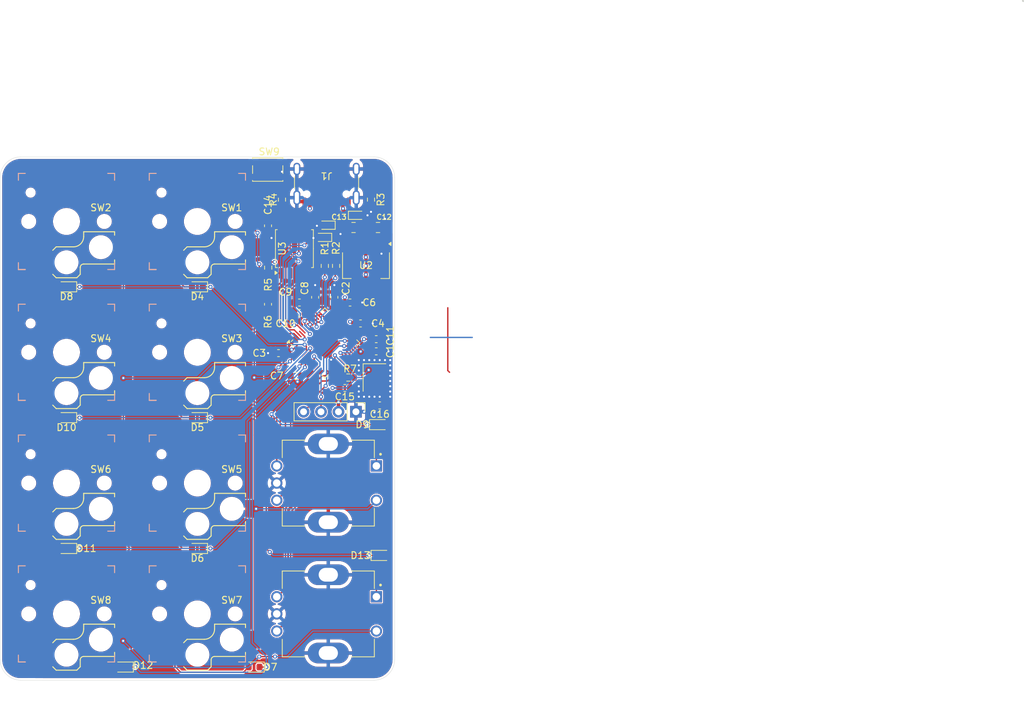
<source format=kicad_pcb>
(kicad_pcb (version 20241229) (generator "pcbnew") (generator_version "9.0")
  (layers (0 "F.Cu" signal) (4 "In1.Cu" signal) (6 "In2.Cu" signal) (2 "B.Cu" signal) (13 "F.Paste" user) (15 "B.Paste" user) (5 "F.SilkS" user "F.Silkscreen") (7 "B.SilkS" user "B.Silkscreen") (1 "F.Mask" user) (3 "B.Mask" user) (25 "Edge.Cuts" user))
  (net 0 "")
  (net 2 "OLED_SDA")
  (net 15 "OLED_SCL")
  (net 20 "GND")
  (net 21 "+3.3V")
  (net 22 "+1V1")
  (net 23 "+5V")
  (net 24 "/XIN")
  (net 25 "Net-(C16-Pad2)")
  (net 26 "/USD_D+")
  (net 27 "/USD_D-")
  (net 28 "Net-(J1-CC1)")
  (net 31 "Net-(J1-CC2)")
  (net 32 "/QSPI_SS")
  (net 33 "/USB_BOOT")
  (net 34 "/XOUT")
  (net 35 "/RUN")
  (net 36 "/QSPI_SCLK")
  (net 37 "/SWD")
  (net 38 "Net-(U1-USB_DP)")
  (net 39 "Net-(U1-USB_DM)")
  (net 40 "/QSPI_SD2")
  (net 41 "/SWCLK")
  (net 42 "/QSPI_SD3")
  (net 43 "/QSPI_SD0")
  (net 44 "/QSPI_SD1")
  (net 45 "Net-(D4-A)")
  (net 46 "R0")
  (net 47 "Net-(D5-A)")
  (net 48 "R1")
  (net 49 "R2")
  (net 50 "Net-(D6-A)")
  (net 51 "R3")
  (net 52 "Net-(D7-A)")
  (net 53 "Net-(D8-A)")
  (net 54 "R4")
  (net 55 "Net-(D10-A)")
  (net 56 "Net-(D11-A)")
  (net 57 "Net-(D12-A)")
  (net 58 "C0")
  (net 59 "C1")
  (net 60 "R1A_SW")
  (net 61 "R2A_SW")
  (net 62 "R1A")
  (net 63 "R1B")
  (net 64 "R2A")
  (net 65 "R2B")
  (footprint "Capacitor_SMD:C_0603_1608Metric" (layer "F.Cu") (at 151.13 87.63)
    (property "Reference" "C4")
    (property "Value" "100nf")
  )
  (footprint "Resistor_SMD:R_0603_1608Metric" (layer "F.Cu") (at 139.7 69.596 -90)
    (property "Reference" "R4")
    (property "Value" "5.1k")
  )
  (footprint "Resistor_SMD:R_0603_1608Metric" (layer "F.Cu") (at 145.931382 79.248 -90)
    (property "Reference" "R1")
    (property "Value" "27")
  )
  (footprint "Diode_SMD:D_0603_1608Metric" (layer "F.Cu") (at 135.636 137.668 180)
    (property "Reference" "D7")
    (property "Value" "D")
  )
  (footprint "Capacitor_SMD:C_0603_1608Metric" (layer "F.Cu") (at 141.732 95.25 180)
    (property "Reference" "C7")
    (property "Value" "100nf")
  )
  (footprint "1_my_custom_libary_pretty:XDCR_PEC11R-4215F-S0024" (layer "F.Cu") (at 146.439383 110.875251 -90)
    (property "Reference" "MT1" (hide yes))
    (property "Value" "PEC11R-4215F-S0024")
  )
  (footprint "Diode_SMD:D_0603_1608Metric" (layer "F.Cu") (at 116.586 137.668 180)
    (property "Reference" "D12")
    (property "Value" "D")
  )
  (footprint "Diode_SMD:D_SOD-523" (layer "F.Cu") (at 146.185381 73.318251 180)
    (property "Reference" "D3" (hide yes))
    (property "Value" "TPD1E10B06")
  )
  (footprint "Capacitor_SMD:C_0805_2012Metric" (layer "F.Cu") (at 150.114 73.66 180)
    (property "Reference" "C13")
    (property "Value" "10uF")
  )
  (footprint "Capacitor_SMD:C_0603_1608Metric" (layer "F.Cu") (at 139.192 91.948 180)
    (property "Reference" "C3")
    (property "Value" "100nf")
  )
  (footprint "Diode_SMD:D_0603_1608Metric" (layer "F.Cu") (at 127.389383 101.346 180)
    (property "Reference" "D5")
    (property "Value" "D")
  )
  (footprint "Diode_SMD:D_0603_1608Metric" (layer "F.Cu") (at 108.339382 101.346 180)
    (property "Reference" "D10")
    (property "Value" "D")
  )
  (footprint "Diode_SMD:D_0603_1608Metric" (layer "F.Cu") (at 127.389381 82.296 180)
    (property "Reference" "D4")
    (property "Value" "D")
  )
  (footprint "Package_DFN_QFN:QFN-56-1EP_7x7mm_P0.4mm_EP3.2x3.2mm" (layer "F.Cu") (at 145.931382 90.478251 45)
    (property "Reference" "U1" (hide yes))
    (property "Value" "RP2040")
  )
  (footprint "Capacitor_SMD:C_0805_2012Metric" (layer "F.Cu") (at 153.67 73.66)
    (property "Reference" "C12")
    (property "Value" "10uF")
  )
  (footprint "Diode_SMD:D_0603_1608Metric" (layer "F.Cu") (at 108.339382 120.396 180)
    (property "Reference" "D11")
    (property "Value" "D")
  )
  (footprint "Resistor_SMD:R_0603_1608Metric" (layer "F.Cu") (at 149.352 95.504)
    (property "Reference" "R7")
    (property "Value" "1k")
  )
  (footprint "Capacitor_SMD:C_0603_1608Metric" (layer "F.Cu") (at 148.844 97.028 180)
    (property "Reference" "C15")
    (property "Value" "15pF")
  )
  (footprint "Capacitor_SMD:C_0603_1608Metric" (layer "F.Cu") (at 149.606 84.582)
    (property "Reference" "C6")
    (property "Value" "100nf")
  )
  (footprint "1_my_custom_libary_pretty:OLED" (layer "F.Cu") (at 140.84 102.49 -90)
    (property "Reference" "J3" (hide yes))
    (property "Value" "Conn_01x04_Pin")
  )
  (footprint "Capacitor_SMD:C_0603_1608Metric" (layer "F.Cu") (at 153.416 89.916)
    (property "Reference" "C11")
    (property "Value" "100nf")
  )
  (footprint "Diode_SMD:D_0603_1608Metric" (layer "F.Cu") (at 127.389383 120.396 180)
    (property "Reference" "D6")
    (property "Value" "D")
  )
  (footprint "1_my_custom_libary_pretty:SW_SPST_PTS810" (layer "F.Cu") (at 137.625 65.219 180)
    (property "Reference" "SW9")
    (property "Value" "SW_Push")
  )
  (footprint "Capacitor_SMD:C_0603_1608Metric" (layer "F.Cu") (at 153.924 99.568)
    (property "Reference" "C16")
    (property "Value" "15pF")
  )
  (footprint "1_my_custom_libary_pretty:XDCR_PEC11R-4215F-S0024" (layer "F.Cu") (at 146.439383 129.925249 -90)
    (property "Reference" "MT2" (hide yes))
    (property "Value" "PEC11R-4215F-S0024")
  )
  (footprint "Capacitor_SMD:C_0603_1608Metric" (layer "F.Cu") (at 144.526 83.82 90)
    (property "Reference" "C8")
    (property "Value" "1uF")
  )
  (footprint "Diode_SMD:D_0603_1608Metric" (layer "F.Cu") (at 154.1525 121.412)
    (property "Reference" "D13")
    (property "Value" "D")
  )
  (footprint "Connector_USB:USB_C_Receptacle_GCT_USB4105-xx-A_16P_TopMnt_Horizontal" (layer "F.Cu") (at 146.185383 66.206251 180)
    (property "Reference" "J1")
    (property "Value" "USB_C_Receptacle_USB2.0_16P")
  )
  (footprint "Diode_SMD:D_0603_1608Metric" (layer "F.Cu") (at 153.924 102.362)
    (property "Reference" "D9")
    (property "Value" "D")
  )
  (footprint "Capacitor_SMD:C_0603_1608Metric" (layer "F.Cu") (at 137.668 73.406 -90)
    (property "Reference" "C14")
    (property "Value" "100nF")
  )
  (footprint "Capacitor_SMD:C_0603_1608Metric" (layer "F.Cu") (at 137.668 84.836 90)
    (property "Reference" "R6")
    (property "Value" "1k")
  )
  (footprint "Package_SO:SOIC-8_5.3x5.3mm_P1.27mm" (layer "F.Cu") (at 141.505384 76.73025 90)
    (property "Reference" "U3")
    (property "Value" "W25Q128JVS")
  )
  (footprint "Diode_SMD:D_0603_1608Metric" (layer "F.Cu") (at 108.339382 82.296 180)
    (property "Reference" "D8")
    (property "Value" "D")
  )
  (footprint "Capacitor_SMD:C_0603_1608Metric" (layer "F.Cu") (at 142.24 86.106 180)
    (property "Reference" "C10")
    (property "Value" "1uF")
  )
  (footprint "Resistor_SMD:R_0603_1608Metric" (layer "F.Cu") (at 137.695384 79.502 -90)
    (property "Reference" "R5")
    (property "Value" "DNF")
  )
  (footprint "Capacitor_SMD:C_0603_1608Metric" (layer "F.Cu") (at 142.24 84.582 180)
    (property "Reference" "C9")
    (property "Value" "100nf")
  )
  (footprint "Resistor_SMD:R_0603_1608Metric" (layer "F.Cu") (at 147.574 79.248 -90)
    (property "Reference" "R2")
    (property "Value" "27")
  )
  (footprint "Diode_SMD:D_SOD-523" (layer "F.Cu") (at 145.677383 75.09625 180)
    (property "Reference" "D2" (hide yes))
    (property "Value" "TPD1E10B06")
  )
  (footprint "Capacitor_SMD:C_0603_1608Metric" (layer "F.Cu") (at 147.32 83.82 90)
    (property "Reference" "C2")
    (property "Value" "100nf")
  )
  (footprint "Diode_SMD:D_SOD-523" (layer "F.Cu") (at 150.622 71.882)
    (property "Reference" "D1" (hide yes))
    (property "Value" "TPD1E10B06")
  )
  (footprint "Crystal:Crystal_SMD_3225-4Pin_3.2x2.5mm" (layer "F.Cu") (at 153.162 95.504 -90)
    (property "Reference" "Y1" (hide yes))
    (property "Value" "ABM8-272-T3")
  )
  (footprint "Capacitor_SMD:C_0603_1608Metric" (layer "F.Cu") (at 153.416 91.694)
    (property "Reference" "C1")
    (property "Value" "100nf")
  )
  (footprint "Package_TO_SOT_SMD:SOT-223-3_TabPin2" (layer "F.Cu") (at 151.925 79.175 -90)
    (property "Reference" "U2")
    (property "Value" "NCP1117-3.3_SOT223")
  )
  (footprint "Resistor_SMD:R_0603_1608Metric" (layer "F.Cu") (at 152.654 69.596 -90)
    (property "Reference" "R3")
    (property "Value" "5.1k")
  )
  (footprint "1_my_custom_libary_pretty:Kailh_socket_PG1350" (layer "B.Cu") (at 127.389383 91.82525 180)
    (property "Reference" "SW3")
    (property "Value" "SWITCH")
  )
  (footprint "1_my_custom_libary_pretty:Kailh_socket_PG1350" (layer "B.Cu") (at 127.389383 110.87525 180)
    (property "Reference" "SW5")
    (property "Value" "SWITCH")
  )
  (footprint "1_my_custom_libary_pretty:Kailh_socket_PG1350" (layer "B.Cu") (at 127.389381 72.775251 180)
    (property "Reference" "SW1")
    (property "Value" "SWITCH")
  )
  (footprint "1_my_custom_libary_pretty:Kailh_socket_PG1350" (layer "B.Cu") (at 108.339382 72.77525 180)
    (property "Reference" "SW2")
    (property "Value" "SWITCH")
  )
  (footprint "1_my_custom_libary_pretty:Kailh_socket_PG1350" (layer "B.Cu") (at 108.339382 91.82525 180)
    (property "Reference" "SW4")
    (property "Value" "SWITCH")
  )
  (footprint "1_my_custom_libary_pretty:Kailh_socket_PG1350" (layer "B.Cu") (at 108.339382 129.925251 180)
    (property "Reference" "SW8")
    (property "Value" "SWITCH")
  )
  (footprint "1_my_custom_libary_pretty:Kailh_socket_PG1350" (layer "B.Cu") (at 127.389383 129.925251 180)
    (property "Reference" "SW7")
    (property "Value" "SWITCH")
  )
  (footprint "1_my_custom_libary_pretty:Kailh_socket_PG1350" (layer "B.Cu") (at 108.339382 110.875251 180)
    (property "Reference" "SW6")
    (property "Value" "SWITCH")
  )
  (gr_arc (start 156.091383 136.57725) (mid 155.212703 138.698571) (end 153.091381 139.577252) (stroke (width 0.05)) (layer "Edge.Cuts"))
  (gr_arc (start 101.687381 139.577252) (mid 99.566061 138.698571) (end 98.687381 136.577251) (stroke (width 0.05)) (layer "Edge.Cuts"))
  (gr_line (start 101.687381 139.577252) (end 153.091381 139.577252) (stroke (width 0.05)) (layer "Edge.Cuts"))
  (gr_arc (start 247.587 40.625) (mid 247.587 40.625) (end 247.587 40.625) (stroke (width 0.2)) (layer "Edge.Cuts"))
  (gr_arc (start 98.687383 66.377249) (mid 99.566062 64.25593) (end 101.687381 63.377251) (stroke (width 0.05)) (layer "Edge.Cuts"))
  (gr_line (start 98.687383 66.377249) (end 98.687381 136.577251) (stroke (width 0.05)) (layer "Edge.Cuts"))
  (gr_line (start 156.09138 136.577251) (end 156.09138 66.377251) (stroke (width 0.05)) (layer "Edge.Cuts"))
  (gr_arc (start 153.091384 63.374251) (mid 155.213178 64.254578) (end 156.091382 66.377251) (stroke (width 0.05)) (layer "Edge.Cuts"))
  (gr_line (start 153.091381 63.377251) (end 101.687381 63.377251) (stroke (width 0.05)) (layer "Edge.Cuts"))
  (segment (start 163.83 85.344) (end 163.83 94.488) (width 0.2) (layer "F.Cu") (net 0))
  (segment (start 163.83 94.488) (end 164.084 94.742) (width 0.2) (layer "F.Cu") (net 0))
  (segment (start 161.29 89.662) (end 167.386 89.662) (width 0.2) (layer "B.Cu") (net 0))
  (segment (start 144.28 98.49) (end 144.28 99.05) (width 0.2) (layer "F.Cu") (net 2))
  (segment (start 149.170155 90.916433) (end 148.745413 90.916433) (width 0.2) (layer "F.Cu") (net 2))
  (segment (start 150.200539 89.886049) (end 149.170155 90.916433) (width 0.2) (layer "F.Cu") (net 2))
  (segment (start 146.055 96.715) (end 144.28 98.49) (width 0.2) (layer "F.Cu") (net 2))
  (segment (start 144.28 99.05) (end 142.84 100.49) (width 0.2) (layer "F.Cu") (net 2))
  (via (at 146.055 96.715) (size 0.6) (drill 0.3) (layers "F.Cu" "B.Cu") (net 2))
  (via (at 148.745413 90.916433) (size 0.6) (drill 0.3) (layers "F.Cu" "B.Cu") (net 2))
  (segment (start 146.19 96.58) (end 146.19 92.69) (width 0.2) (layer "B.Cu") (net 2))
  (segment (start 146.055 96.715) (end 146.19 96.58) (width 0.2) (layer "B.Cu") (net 2))
  (segment (start 146.19 92.69) (end 147.963567 90.916433) (width 0.2) (layer "B.Cu") (net 2))
  (segment (start 147.963567 90.916433) (end 148.745413 90.916433) (width 0.2) (layer "B.Cu") (net 2))
  (segment (start 145.38 98.3) (end 145.38 100.49) (width 0.2) (layer "F.Cu") (net 15))
  (segment (start 149.350902 90.17) (end 149.917696 89.603206) (width 0.2) (layer "F.Cu") (net 15))
  (segment (start 148.84 90.17) (end 149.350902 90.17) (width 0.2) (layer "F.Cu") (net 15))
  (via (at 145.38 98.3) (size 0.6) (drill 0.3) (layers "F.Cu" "B.Cu") (net 15))
  (via (at 148.84 90.17) (size 0.6) (drill 0.3) (layers "F.Cu" "B.Cu") (net 15))
  (segment (start 145.76 92.43) (end 148.02 90.17) (width 0.2) (layer "B.Cu") (net 15))
  (segment (start 148.02 90.17) (end 148.84 90.17) (width 0.2) (layer "B.Cu") (net 15))
  (segment (start 145.38 94.94) (end 145.76 94.56) (width 0.2) (layer "B.Cu") (net 15))
  (segment (start 145.38 98.3) (end 145.38 94.94) (width 0.2) (layer "B.Cu") (net 15))
  (segment (start 145.76 94.56) (end 145.76 92.43) (width 0.2) (layer "B.Cu") (net 15))
  (segment (start 147.324059 93.285141) (end 147.654955 93.616037) (width 0.2) (layer "F.Cu") (net 20))
  (segment (start 150.876 97.536) (end 150.876 96.774) (width 0.2) (layer "F.Cu") (net 20))
  (segment (start 155.448 93.726) (end 155.448 94.488) (width 0.2) (layer "F.Cu") (net 20))
  (segment (start 154.012 94.404) (end 154.012 93.052) (width 0.2) (layer "F.Cu") (net 20))
  (segment (start 155.448 95.25) (end 155.448 96.012) (width 0.2) (layer "F.Cu") (net 20))
  (segment (start 151.905 87.63) (end 152.908 87.63) (width 0.2) (layer "F.Cu") (net 20))
  (segment (start 155.448 96.774) (end 155.448 97.536) (width 0.2) (layer "F.Cu") (net 20))
  (segment (start 145.485381 73.318251) (end 144.867749 73.318251) (width 0.2) (layer "F.Cu") (net 20))
  (segment (start 154.374379 73.90562) (end 154.619999 73.66) (width 0.508) (layer "F.Cu") (net 20))
  (segment (start 140.97 95.25) (end 141.224 95.504) (width 0.2) (layer "F.Cu") (net 20))
  (segment (start 144.867749 73.318251) (end 144.78 73.406) (width 0.2) (layer "F.Cu") (net 20))
  (segment (start 154.374379 75.700255) (end 154.374379 73.90562) (width 0.508) (layer "F.Cu") (net 20))
  (segment (start 151.638 98.298) (end 150.876 98.298) (width 0.2) (layer "F.Cu") (net 20))
  (segment (start 155.448 96.012) (end 155.448 96.774) (width 0.2) (layer "F.Cu") (net 20))
  (segment (start 154.191 89.916) (end 155.194 89.916) (width 0.2) (layer "F.Cu") (net 20))
  (segment (start 154.191 91.694) (end 155.194 91.694) (width 0.2) (layer "F.Cu") (net 20))
  (segment (start 144.977383 75.09625) (end 144.35975 75.09625) (width 0.2) (layer "F.Cu") (net 20))
  (segment (start 153.149 100.584) (end 153.149 99.568) (width 0.2) (layer "F.Cu") (net 20))
  (segment (start 152.654 70.421) (end 152.654 71.374) (width 0.2) (layer "F.Cu") (net 20))
  (segment (start 154.200382 75.874253) (end 154.374379 75.700255) (width 0.508) (layer "F.Cu") (net 20))
  (segment (start 152.312 96.604) (end 152.312 98.21) (width 0.2) (layer "F.Cu") (net 20))
  (segment (start 144.35975 75.09625) (end 144.272 75.184) (width 0.2) (layer "F.Cu") (net 20))
  (segment (start 150.876 93.726) (end 150.876 92.964) (width 0.2) (layer "F.Cu") (net 20))
  (segment (start 154.012 93.052) (end 153.924 92.964) (width 0.2) (layer "F.Cu") (net 20))
  (segment (start 150.876 94.488) (end 150.876 93.726) (width 0.2) (layer "F.Cu") (net 20))
  (segment (start 154.225 76.025) (end 154.225 77.423) (width 0.2) (layer "F.Cu") (net 20))
  (segment (start 150.876 92.964) (end 151.638 92.964) (width 0.2) (layer "F.Cu") (net 20))
  (segment (start 153.162 98.298) (end 152.4 98.298) (width 0.2) (layer "F.Cu") (net 20))
  (segment (start 144.526 83.045) (end 144.526 82.042) (width 0.2) (layer "F.Cu") (net 20))
  (segment (start 154.225 77.423) (end 154.178 77.47) (width 0.2) (layer "F.Cu") (net 20))
  (segment (start 147.225141 93.285141) (end 147.324059 93.285141) (width 0.2) (layer "F.Cu") (net 20))
  (segment (start 137.668 91.948) (end 138.417 91.948) (width 0.2) (layer "F.Cu") (net 20))
  (segment (start 152.4 98.298) (end 151.638 98.298) (width 0.2) (layer "F.Cu") (net 20))
  (segment (start 154.619999 72.456001) (end 154.686 72.39) (width 0.508) (layer "F.Cu") (net 20))
  (segment (start 150.876 98.298) (end 150.876 97.536) (width 0.2) (layer "F.Cu") (net 20))
  (segment (start 148.217381 74.603252) (end 148.918382 73.902251) (width 0.2) (layer "F.Cu") (net 20))
  (segment (start 152.4 92.964) (end 153.162 92.964) (width 0.2) (layer "F.Cu") (net 20))
  (segment (start 153.924 92.964) (end 153.162 92.964) (width 0.2) (layer "F.Cu") (net 20))
  (segment (start 151.638 92.964) (end 152.4 92.964) (width 0.2) (layer "F.Cu") (net 20))
  (segment (start 153.924 92.964) (end 154.686 92.964) (width 0.2) (layer "F.Cu") (net 20))
  (segment (start 154.686 92.964) (end 155.448 92.964) (width 0.2) (layer "F.Cu") (net 20))
  (segment (start 150.381 84.582) (end 151.384 84.582) (width 0.2) (layer "F.Cu") (net 20))
  (segment (start 155.448 94.488) (end 155.448 95.25) (width 0.2) (layer "F.Cu") (net 20))
  (segment (start 153.924 98.298) (end 153.162 98.298) (width 0.2) (layer "F.Cu") (net 20))
  (segment (start 137.668 92.056502) (end 137.668 91.948) (width 0.2) (layer "F.Cu") (net 20))
  (segment (start 140.957 95.25) (end 140.97 95.25) (width 0.2) (layer "F.Cu") (net 20))
  (segment (start 147.32 83.045) (end 147.32 82.042) (width 0.2) (layer "F.Cu") (net 20))
  (segment (start 155.448 92.964) (end 155.448 93.726) (width 0.2) (layer "F.Cu") (net 20))
  (segment (start 155.448 97.536) (end 155.448 98.298) (width 0.2) (layer "F.Cu") (net 20))
  (segment (start 154.619999 73.66) (end 154.619999 72.456001) (width 0.508) (layer "F.Cu") (net 20))
  (segment (start 151.322 71.882) (end 152.146 71.882) (width 0.2) (layer "F.Cu") (net 20))
  (segment (start 153.149 98.311) (end 153.162 98.298) (width 0.2) (layer "F.Cu") (net 20))
  (segment (start 137.668 74.676) (end 138.176 75.184) (width 0.2) (layer "F.Cu") (net 20))
  (segment (start 137.668 74.181) (end 137.668 74.676) (width 0.2) (layer "F.Cu") (net 20))
  (segment (start 139.7 66.294) (end 139.7 65.532) (width 0.2) (layer "F.Cu") (net 20))
  (segment (start 146.85 92.91) (end 147.225141 93.285141) (width 0.2) (layer "F.Cu") (net 20))
  (segment (start 148.918382 73.902251) (end 148.918382 73.714252) (width 0.2) (layer "F.Cu") (net 20))
  (segment (start 152.312 98.21) (end 152.4 98.298) (width 0.2) (layer "F.Cu") (net 20))
  (via (at 144.272 75.184) (size 0.6) (drill 0.3) (layers "F.Cu" "B.Cu") (net 20))
  (via (at 152.654 71.374) (size 0.6) (drill 0.3) (layers "F.Cu" "B.Cu") (net 20))
  (via (at 155.448 93.726) (size 0.6) (drill 0.3) (layers "F.Cu" "B.Cu") (net 20))
  (via (at 155.448 98.298) (size 0.6) (drill 0.3) (layers "F.Cu" "B.Cu") (net 20))
  (via (at 155.448 97.536) (size 0.6) (drill 0.3) (layers "F.Cu" "B.Cu") (net 20))
  (via (at 150.876 96.774) (size 0.6) (drill 0.3) (layers "F.Cu" "B.Cu") (net 20))
  (via (at 148.217381 74.603252) (size 0.6) (drill 0.3) (layers "F.Cu" "B.Cu") (net 20))
  (via (at 154.686 92.964) (size 0.6) (drill 0.3) (layers "F.Cu" "B.Cu") (net 20))
  (via (at 154.178 77.47) (size 0.6) (drill 0.3) (layers "F.Cu" "B.Cu") (net 20))
  (via (at 151.638 98.298) (size 0.6) (drill 0.3) (layers "F.Cu" "B.Cu") (net 20))
  (via (at 151.66 100.49) (size 0.6) (drill 0.3) (layers "F.Cu" "B.Cu") (net 20))
  (via (at 155.448 96.012) (size 0.6) (drill 0.3) (layers "F.Cu" "B.Cu") (net 20))
  (via (at 150.876 92.964) (size 0.6) (drill 0.3) (layers "F.Cu" "B.Cu") (net 20))
  (via (at 144.526 82.042) (size 0.6) (drill 0.3) (layers "F.Cu" "B.Cu") (net 20))
  (via (at 155.194 89.916) (size 0.6) (drill 0.3) (layers "F.Cu" "B.Cu") (net 20))
  (via (at 150.876 98.298) (size 0.6) (drill 0.3) (layers "F.Cu" "B.Cu") (net 20))
  (via (at 152.908 87.63) (size 0.6) (drill 0.3) (layers "F.Cu" "B.Cu") (net 20))
  (via (at 152.4 98.298) (size 0.6) (drill 0.3) (layers "F.Cu" "B.Cu") (net 20))
  (via (at 155.448 95.25) (size 0.6) (drill 0.3) (layers "F.Cu" "B.Cu") (net 20))
  (via (at 155.448 94.488) (size 0.6) (drill 0.3) (layers "F.Cu" "B.Cu") (net 20))
  (via (at 150.876 97.536) (size 0.6) (drill 0.3) (layers "F.Cu" "B.Cu") (net 20))
  (via (at 147.32 82.042) (size 0.6) (drill 0.3) (layers "F.Cu" "B.Cu") (net 20))
  (via (at 153.162 98.298) (size 0.6) (drill 0.3) (layers "F.Cu" "B.Cu") (net 20))
  (via (at 146.85 92.91) (size 0.6) (drill 0.3) (layers "F.Cu" "B.Cu") (net 20))
  (via (at 151.638 92.964) (size 0.6) (drill 0.3) (layers "F.Cu" "B.Cu") (net 20))
  (via (at 153.162 92.964) (size 0.6) (drill 0.3) (layers "F.Cu" "B.Cu") (net 20))
  (via (at 150.876 93.726) (size 0.6) (drill 0.3) (layers "F.Cu" "B.Cu") (net 20))
  (via (at 137.668 91.948) (size 0.6) (drill 0.3) (layers "F.Cu" "B.Cu") (net 20))
  (via (at 155.448 92.964) (size 0.6) (drill 0.3) (layers "F.Cu" "B.Cu") (net 20))
  (via (at 152.146 71.882) (size 0.6) (drill 0.3) (layers "F.Cu" "B.Cu") (net 20))
  (via (at 153.924 98.298) (size 0.6) (drill 0.3) (layers "F.Cu" "B.Cu") (net 20))
  (via (at 151.384 84.582) (size 0.6) (drill 0.3) (layers "F.Cu" "B.Cu") (net 20))
  (via (at 154.686 72.39) (size 0.6) (drill 0.3) (layers "F.Cu" "B.Cu") (net 20))
  (via (at 155.448 96.774) (size 0.6) (drill 0.3) (layers "F.Cu" "B.Cu") (net 20))
  (via (at 155.194 91.694) (size 0.6) (drill 0.3) (layers "F.Cu" "B.Cu") (net 20))
  (via (at 153.924 92.964) (size 0.6) (drill 0.3) (layers "F.Cu" "B.Cu") (net 20))
  (via (at 153.149 100.584) (size 0.6) (drill 0.3) (layers "F.Cu" "B.Cu") (net 20))
  (via (at 139.7 65.532) (size 0.6) (drill 0.3) (layers "F.Cu" "B.Cu") (net 20))
  (via (at 152.4 92.964) (size 0.6) (drill 0.3) (layers "F.Cu" "B.Cu") (net 20))
  (via (at 150.876 94.488) (size 0.6) (drill 0.3) (layers "F.Cu" "B.Cu") (net 20))
  (via (at 144.78 73.406) (size 0.6) (drill 0.3) (layers "F.Cu" "B.Cu") (net 20))
  (via (at 138.176 75.184) (size 0.6) (drill 0.3) (layers "F.Cu" "B.Cu") (net 20))
  (segment (start 153.924 98.298) (end 155.448 98.298) (width 0.2) (layer "B.Cu") (net 20))
  (segment (start 150.46 100.49) (end 151.66 100.49) (width 0.2) (layer "B.Cu") (net 20))
  (segment (start 141.662226 91.070453) (end 141.18634 91.54634) (width 0.2) (layer "F.Cu") (net 21))
  (segment (start 151.925 78.002618) (end 151.925 82.324999) (width 0.508) (layer "F.Cu") (net 21))
  (segment (start 151.104 91.72) (end 149.606 93.218) (width 0.2) (layer "F.Cu") (net 21))
  (segment (start 143.64385 87.90615) (end 143.77 87.78) (width 0.2) (layer "F.Cu") (net 21))
  (segment (start 147.92 100.489999) (end 147.92 99.08) (width 0.2) (layer "F.Cu") (net 21))
  (segment (start 145.33918 86.209094) (end 145.33918 86.209094) (width 0.2) (layer "F.Cu") (net 21))
  (segment (start 142.559604 95.264241) (end 142.335374 95.264242) (width 0.2) (layer "F.Cu") (net 21))
  (segment (start 138.837384 77.535) (end 137.695384 78.677) (width 0.2) (layer "F.Cu") (net 21))
  (segment (start 147.32 84.595) (end 147.32 85.412678) (width 0.2) (layer "F.Cu") (net 21))
  (segment (start 144.526 85.9616) (end 144.526 84.595) (width 0.2) (layer "F.Cu") (net 21))
  (segment (start 138.633 78.677) (end 138.64 78.67) (width 0.2) (layer "F.Cu") (net 21))
  (segment (start 139.600384 73.14275) (end 139.600384 75.079251) (width 0.2) (layer "F.Cu") (net 21))
  (segment (start 141.18634 91.54634) (end 141.103604 91.463604) (width 0.2) (layer "F.Cu") (net 21))
  (segment (start 151.925 80.542618) (end 151.900382 80.518) (width 0.2) (layer "F.Cu") (net 21))
  (segment (start 147.32 85.412678) (end 146.523584 86.209094) (width 0.2) (layer "F.Cu") (net 21))
  (segment (start 137.695384 78.677) (end 138.633 78.677) (width 0.2) (layer "F.Cu") (net 21))
  (segment (start 152.720001 74.418632) (end 152.720001 73.66) (width 0.508) (layer "F.Cu") (net 21))
  (segment (start 150.193846 87.63) (end 149.069168 88.754678) (width 0.2) (layer "F.Cu") (net 21))
  (segment (start 152.641 91.694) (end 151.176 91.694) (width 0.2) (layer "F.Cu") (net 21))
  (segment (start 150.355 87.63) (end 149.86 87.63) (width 0.2) (layer "F.Cu") (net 21))
  (segment (start 148.831 84.582) (end 147.333 84.582) (width 0.2) (layer "F.Cu") (net 21))
  (segment (start 145.33918 86.209094) (end 145.750086 86.62) (width 0.2) (layer "F.Cu") (net 21))
  (segment (start 138.176 73.139) (end 139.596634 73.139) (width 0.2) (layer "F.Cu") (net 21))
  (segment (start 145.056338 86.491936) (end 144.526 85.9616) (width 0.2) (layer "F.Cu") (net 21))
  (segment (start 144.207809 93.616036) (end 142.559604 95.264241) (width 0.2) (layer "F.Cu") (net 21))
  (segment (start 148.831 84.582) (end 148.831 83.833) (width 0.2) (layer "F.Cu") (net 21))
  (segment (start 151.15 91.72) (end 151.104 91.72) (width 0.2) (layer "F.Cu") (net 21))
  (segment (start 143.924967 87.623307) (end 143.924967 87.625033) (width 0.2) (layer "F.Cu") (net 21))
  (segment (start 148.831 83.833) (end 148.844 83.82) (width 0.2) (layer "F.Cu") (net 21))
  (segment (start 142.507 95.25) (end 142.507 95.563) (width 0.2) (layer "F.Cu") (net 21))
  (segment (start 151.900382 77.978) (end 151.925 78.002618) (width 0.508) (layer "F.Cu") (net 21))
  (segment (start 139.596634 73.139) (end 139.600384 73.14275) (width 0.2) (layer "F.Cu") (net 21))
  (segment (start 151.176 91.694) (end 151.15 91.72) (width 0.2) (layer "F.Cu") (net 21))
  (segment (start 143.642124 87.90615) (end 143.64385 87.90615) (width 0.2) (layer "F.Cu") (net 21))
  (segment (start 139.600384 75.079251) (end 138.837384 75.842251) (width 0.2) (layer "F.Cu") (net 21))
  (segment (start 146.112678 86.62) (end 146.523584 86.209094) (width 0.2) (layer "F.Cu") (net 21))
  (segment (start 143.924967 87.625033) (end 143.77 87.78) (width 0.2) (layer "F.Cu") (net 21))
  (segment (start 140.784679 91.948) (end 139.967 91.948) (width 0.2) (layer "F.Cu") (net 21))
  (segment (start 150.355 87.63) (end 150.193846 87.63) (width 0.2) (layer "F.Cu") (net 21))
  (segment (start 151.900382 76.406251) (end 151.900382 77.016251) (width 0.2) (layer "F.Cu") (net 21))
  (segment (start 148.953974 93.218) (end 148.503483 92.767509) (width 0.2) (layer "F.Cu") (net 21))
  (segment (start 151.900382 75.238251) (end 152.720001 74.418632) (width 0.508) (layer "F.Cu") (net 21))
  (segment (start 141.103604 91.463604) (end 141.103604 91.438869) (width 0.2) (layer "F.Cu") (net 21))
  (segment (start 149.86 87.63) (end 149.606 87.376) (width 0.2) (layer "F.Cu") (net 21))
  (segment (start 151.900382 76.406251) (end 151.900382 75.238251) (width 0.508) (layer "F.Cu") (net 21))
  (segment (start 151.900382 77.47) (end 151.900382 76.406251) (width 0.508) (layer "F.Cu") (net 21))
  (segment (start 151.900382 77.47) (end 151.900382 77.978) (width 0.508) (layer "F.Cu") (net 21))
  (segment (start 149.606 93.218) (end 148.953974 93.218) (width 0.2) (layer "F.Cu") (net 21))
  (segment (start 142.507 95.563) (end 141.96 96.11) (width 0.2) (layer "F.Cu") (net 21))
  (segment (start 138.837384 75.842251) (end 138.837384 77.535) (width 0.2) (layer "F.Cu") (net 21))
  (segment (start 145.056337 86.491937) (end 145.33918 86.209094) (width 0.2) (layer "F.Cu") (net 21))
  (segment (start 137.668 72.631) (end 138.176 73.139) (width 0.2) (layer "F.Cu") (net 21))
  (segment (start 141.18634 91.54634) (end 140.784679 91.948) (width 0.2) (layer "F.Cu") (net 21))
  (segment (start 151.900382 82.706252) (end 151.900382 80.518) (width 0.508) (layer "F.Cu") (net 21))
  (segment (start 145.750086 86.62) (end 146.112678 86.62) (width 0.2) (layer "F.Cu") (net 21))
  (segment (start 151.900382 82.706252) (end 151.900382 81.994252) (width 0.2) (layer "F.Cu") (net 21))
  (segment (start 147.333 84.582) (end 147.32 84.595) (width 0.2) (layer "F.Cu") (net 21))
  (via (at 147.92 99.08) (size 0.6) (drill 0.3) (layers "F.Cu" "B.Cu") (net 21))
  (via (at 149.606 87.376) (size 0.6) (drill 0.3) (layers "F.Cu" "B.Cu") (net 21))
  (via (at 151.900382 80.518) (size 0.6) (drill 0.3) (layers "F.Cu" "B.Cu") (net 21))
  (via (at 141.103604 91.438869) (size 0.6) (drill 0.3) (layers "F.Cu" "B.Cu") (net 21))
  (via (at 151.900382 79.248) (size 0.6) (drill 0.3) (layers "F.Cu" "B.Cu") (net 21))
  (via (at 138.64 78.67) (size 0.6) (drill 0.3) (layers "F.Cu" "B.Cu") (net 21))
  (via (at 148.844 83.82) (size 0.6) (drill 0.3) (layers "F.Cu" "B.Cu") (net 21))
  (via (at 151.900382 77.978) (size 0.6) (drill 0.3) (layers "F.Cu" "B.Cu") (net 21))
  (via (at 151.15 91.72) (size 0.6) (drill 0.3) (layers "F.Cu" "B.Cu") (net 21))
  (via (at 143.77 87.78) (size 0.6) (drill 0.3) (layers "F.Cu" "B.Cu") (net 21))
  (via (at 141.96 96.11) (size 0.6) (drill 0.3) (layers "F.Cu" "B.Cu") (net 21))
  (segment (start 143.015 86.106) (end 143.637 86.728) (width 0.2) (layer "F.Cu") (net 22))
  (segment (start 144.358716 86.36) (end 144.773495 86.774779) (width 0.2) (layer "F.Cu") (net 22))
  (segment (start 144.773496 86.774778) (end 144.773494 86.774778) (width 0.2) (layer "F.Cu") (net 22))
  (segment (start 143.637 86.728) (end 143.637 86.741) (width 0.2) (layer "F.Cu") (net 22))
  (segment (start 143.028385 87.858097) (end 143.028385 87.349615) (width 0.2) (layer "F.Cu") (net 22))
  (segment (start 143.028385 87.349615) (end 143.028385 87.339789) (width 0.2) (layer "F.Cu") (net 22))
  (segment (start 148.21083 91.90917) (end 148.786326 92.484666) (width 0.2) (layer "F.Cu") (net 22))
  (segment (start 143.359281 88.188993) (end 143.028385 87.858097) (width 0.2) (layer "F.Cu") (net 22))
  (segment (start 143.015 84.582) (end 143.015 86.106) (width 0.2) (layer "F.Cu") (net 22))
  (segment (start 144.018 86.36) (end 144.358716 86.36) (width 0.2) (layer "F.Cu") (net 22))
  (segment (start 152.641 89.916) (end 151.638 89.916) (width 0.2) (layer "F.Cu") (net 22))
  (segment (start 143.028385 87.339789) (end 142.98918 87.300584) (width 0.2) (layer "F.Cu") (net 22))
  (segment (start 143.028385 87.349615) (end 143.637 86.741) (width 0.2) (layer "F.Cu") (net 22))
  (segment (start 143.637 86.741) (end 144.018 86.36) (width 0.2) (layer "F.Cu") (net 22))
  (via (at 148.21083 91.90917) (size 0.6) (drill 0.3) (layers "F.Cu" "B.Cu") (net 22))
  (via (at 151.638 89.916) (size 0.6) (drill 0.3) (layers "F.Cu" "B.Cu") (net 22))
  (via (at 142.98918 87.300584) (size 0.6) (drill 0.3) (layers "F.Cu" "B.Cu") (net 22))
  (segment (start 149.64483 91.90917) (end 151.638 89.916) (width 0.2) (layer "B.Cu") (net 22))
  (segment (start 148.21083 91.90917) (end 149.64483 91.90917) (width 0.2) (layer "B.Cu") (net 22))
  (segment (start 143.759381 70.892251) (end 143.759383 69.91225) (width 0.508) (layer "F.Cu") (net 23))
  (segment (start 149.600383 76.098001) (end 149.600383 76.406253) (width 0.508) (layer "F.Cu") (net 23))
  (segment (start 148.559383 70.866251) (end 148.585382 70.892251) (width 0.2) (layer "F.Cu") (net 23))
  (segment (start 148.559383 70.866251) (end 148.559383 71.062251) (width 0.508) (layer "F.Cu") (net 23))
  (segment (start 151.063999 74.234001) (end 151.063999 73.66) (width 0.508) (layer "F.Cu") (net 23))
  (segment (start 149.600382 76.049618) (end 149.600382 76.098) (width 0.508) (layer "F.Cu") (net 23))
  (segment (start 148.585382 69.88625) (end 148.559381 69.912251) (width 0.2) (layer "F.Cu") (net 23))
  (segment (start 151.063999 73.085999) (end 151.063999 73.66) (width 0.508) (layer "F.Cu") (net 23))
  (segment (start 149.660249 71.682249) (end 151.063999 73.085999) (width 0.508) (layer "F.Cu") (net 23))
  (segment (start 149.600382 76.000382) (end 149.600382 75.697618) (width 0.508) (layer "F.Cu") (net 23))
  (segment (start 149.625 76.025) (end 149.600382 76.049618) (width 0.508) (layer "F.Cu") (net 23))
  (segment (start 149.600382 76.098) (end 149.600383 76.098001) (width 0.508) (layer "F.Cu") (net 23))
  (segment (start 148.559383 71.062251) (end 149.179383 71.682249) (width 0.508) (layer "F.Cu") (net 23))
  (segment (start 143.759383 69.91225) (end 143.785382 69.886251) (width 0.2) (layer "F.Cu") (net 23))
  (segment (start 149.179383 71.682249) (end 149.660249 71.682249) (width 0.508) (layer "F.Cu") (net 23))
  (segment (start 148.559381 69.912251) (end 148.559383 70.866251) (width 0.508) (layer "F.Cu") (net 23))
  (segment (start 149.625 76.025) (end 149.600382 76.000382) (width 0.508) (layer "F.Cu") (net 23))
  (segment (start 149.600382 75.697618) (end 151.063999 74.234001) (width 0.508) (layer "F.Cu") (net 23))
  (via (at 148.585382 70.892251) (size 0.6) (drill 0.3) (layers "F.Cu" "B.Cu") (net 23))
  (via (at 143.759381 70.892251) (size 0.6) (drill 0.3) (layers "F.Cu" "B.Cu") (net 23))
  (segment (start 148.268694 93.664092) (end 147.937797 93.333195) (width 0.2) (layer "F.Cu") (net 24))
  (segment (start 147.828 94.996) (end 148.268694 94.555306) (width 0.2) (layer "F.Cu") (net 24))
  (segment (start 148.069 97.028) (end 147.828 96.787) (width 0.2) (layer "F.Cu") (net 24))
  (segment (start 148.069 97.028) (end 147.066 97.028) (width 0.2) (layer "F.Cu") (net 24))
  (segment (start 147.395606 92.265606) (end 147.395606 92.791004) (width 0.2) (layer "F.Cu") (net 24))
  (segment (start 147.395606 92.791004) (end 147.937797 93.333195) (width 0.2) (layer "F.Cu") (net 24))
  (segment (start 147.828 96.787) (end 147.828 94.996) (width 0.2) (layer "F.Cu") (net 24))
  (segment (start 148.268694 94.555306) (end 148.268694 93.664092) (width 0.2) (layer "F.Cu") (net 24))
  (via (at 147.066 97.028) (size 0.6) (drill 0.3) (layers "F.Cu" "B.Cu") (net 24))
  (via (at 147.395606 92.265606) (size 0.6) (drill 0.3) (layers "F.Cu" "B.Cu") (net 24))
  (via (at 152.312 94.404) (size 0.6) (drill 0.3) (layers "F.Cu" "B.Cu") (net 24))
  (segment (start 149.098 97.028) (end 150.622 95.504) (width 0.2) (layer "B.Cu") (net 24))
  (segment (start 147.833398 92.715398) (end 150.622 95.504) (width 0.2) (layer "B.Cu") (net 24))
  (segment (start 150.622 95.504) (end 151.212 95.504) (width 0.2) (layer "B.Cu") (net 24))
  (segment (start 151.212 95.504) (end 152.312 94.404) (width 0.2) (layer "B.Cu") (net 24))
  (segment (start 147.395606 92.265606) (end 147.833398 92.703398) (width 0.2) (layer "B.Cu") (net 24))
  (segment (start 147.066 97.028) (end 149.098 97.028) (width 0.2) (layer "B.Cu") (net 24))
  (segment (start 147.833398 92.703398) (end 147.833398 92.715398) (width 0.2) (layer "B.Cu") (net 24))
  (segment (start 152.912 95.504) (end 154.012 96.604) (width 0.2) (layer "F.Cu") (net 25))
  (segment (start 154.699 99.568) (end 154.699 97.291) (width 0.2) (layer "F.Cu") (net 25))
  (segment (start 154.699 97.291) (end 154.012 96.604) (width 0.2) (layer "F.Cu") (net 25))
  (segment (start 150.177 95.504) (end 152.912 95.504) (width 0.2) (layer "F.Cu") (net 25))
  (segment (start 146.185383 74.90425) (end 146.185383 72.46925) (width 0.2) (layer "F.Cu") (net 26))
  (segment (start 146.377383 75.808251) (end 145.931383 76.254251) (width 0.2) (layer "F.Cu") (net 26))
  (segment (start 145.709383 68.85225) (end 146.169382 68.852251) (width 0.2) (layer "F.Cu") (net 26))
  (segment (start 146.185383 72.46925) (end 145.435383 71.71925) (width 0.2) (layer "F.Cu") (net 26))
  (segment (start 145.435383 69.886251) (end 145.435382 69.126251) (width 0.2) (layer "F.Cu") (net 26))
  (segment (start 146.377383 75.09625) (end 146.377383 75.808251) (width 0.2) (layer "F.Cu") (net 26))
  (segment (start 146.169382 68.852251) (end 146.435383 69.118252) (width 0.2) (layer "F.Cu") (net 26))
  (segment (start 145.435383 71.71925) (end 145.435383 69.886251) (width 0.2) (layer "F.Cu") (net 26))
  (segment (start 145.435382 69.126251) (end 145.709383 68.85225) (width 0.2) (layer "F.Cu") (net 26))
  (segment (start 146.377383 75.09625) (end 146.185383 74.90425) (width 0.2) (layer "F.Cu") (net 26))
  (segment (start 146.435383 69.118252) (end 146.435383 69.886252) (width 0.2) (layer "F.Cu") (net 26))
  (segment (start 145.435383 69.886251) (end 145.419382 69.902251) (width 0.2) (layer "F.Cu") (net 26))
  (segment (start 145.931383 78.422999) (end 145.931382 78.423) (width 0.2) (layer "F.Cu") (net 26))
  (segment (start 145.931383 76.254251) (end 145.931383 78.422999) (width 0.2) (layer "F.Cu") (net 26))
  (segment (start 146.691633 70.866) (end 146.935383 70.62225) (width 0.2) (layer "F.Cu") (net 27))
  (segment (start 146.885382 73.31825) (end 147.455383 73.888251) (width 0.2) (layer "F.Cu") (net 27))
  (segment (start 145.935382 69.886251) (end 145.935382 70.628249) (width 0.2) (layer "F.Cu") (net 27))
  (segment (start 146.959384 73.24425) (end 146.885382 73.31825) (width 0.2) (layer "F.Cu") (net 27))
  (segment (start 147.455383 78.304383) (end 147.574 78.423) (width 0.2) (layer "F.Cu") (net 27))
  (segment (start 146.935383 69.886251) (end 146.935383 70.62225) (width 0.2) (layer "F.Cu") (net 27))
  (segment (start 146.935383 70.62225) (end 146.959383 70.64625) (width 0.2) (layer "F.Cu") (net 27))
  (segment (start 146.173133 70.866) (end 146.691633 70.866) (width 0.2) (layer "F.Cu") (net 27))
  (segment (start 146.959383 71.682249) (end 146.959384 73.24425) (width 0.2) (layer "F.Cu") (net 27))
  (segment (start 146.959383 70.64625) (end 146.959383 71.682249) (width 0.2) (layer "F.Cu") (net 27))
  (segment (start 147.455383 73.888251) (end 147.455383 78.304383) (width 0.2) (layer "F.Cu") (net 27))
  (segment (start 145.935382 70.628249) (end 146.173133 70.866) (width 0.2) (layer "F.Cu") (net 27))
  (segment (start 152.209 67.564) (end 148.082 67.564) (width 0.2) (layer "F.Cu") (net 28))
  (segment (start 152.654 68.771) (end 152.4 68.517) (width 0.2) (layer "F.Cu") (net 28))
  (segment (start 152.654 68.771) (end 152.654 68.009) (width 0.2) (layer "F.Cu") (net 28))
  (segment (start 147.435383 68.210617) (end 147.435383 69.88625) (width 0.2) (layer "F.Cu") (net 28))
  (segment (start 152.654 68.009) (end 152.209 67.564) (width 0.2) (layer "F.Cu") (net 28))
  (segment (start 148.082 67.564) (end 147.435383 68.210617) (width 0.2) (layer "F.Cu") (net 28))
  (segment (start 143.76507 67.564) (end 140.208 67.564) (width 0.2) (layer "F.Cu") (net 31))
  (segment (start 140.208 67.564) (end 139.7 68.072) (width 0.2) (layer "F.Cu") (net 31))
  (segment (start 139.7 68.072) (end 139.7 68.771) (width 0.2) (layer "F.Cu") (net 31))
  (segment (start 144.435383 69.886251) (end 144.435383 68.234313) (width 0.2) (layer "F.Cu") (net 31))
  (segment (start 144.435383 68.234313) (end 143.76507 67.564) (width 0.2) (layer "F.Cu") (net 31))
  (segment (start 139.600384 80.317751) (end 139.618384 80.33575) (width 0.2) (layer "F.Cu") (net 32))
  (segment (start 137.704633 80.317751) (end 139.600384 80.317751) (width 0.2) (layer "F.Cu") (net 32))
  (segment (start 140.19218 89.886049) (end 138.710382 88.40425) (width 0.2) (layer "F.Cu") (net 32))
  (segment (start 141.662226 89.886048) (end 140.19218 89.886049) (width 0.2) (layer "F.Cu") (net 32))
  (segment (start 137.668 84.061) (end 137.668 80.354384) (width 0.2) (layer "F.Cu") (net 32))
  (segment (start 137.668 80.354384) (end 137.695384 80.327) (width 0.2) (layer "F.Cu") (net 32))
  (segment (start 137.695384 80.327) (end 137.704633 80.317751) (width 0.2) (layer "F.Cu") (net 32))
  (segment (start 138.710382 82.45925) (end 139.600382 81.56925) (width 0.2) (layer "F.Cu") (net 32))
  (segment (start 139.600382 81.56925) (end 139.600384 80.317751) (width 0.2) (layer "F.Cu") (net 32))
  (segment (start 138.710382 88.40425) (end 138.710382 82.45925) (width 0.2) (layer "F.Cu") (net 32))
  (segment (start 136.144 74.422) (end 136.144 74.518849) (width 0.2) (layer "F.Cu") (net 33))
  (segment (start 135.55 66.294) (end 135.55 73.828) (width 0.2) (layer "F.Cu") (net 33))
  (segment (start 135.55 73.828) (end 136.144 74.422) (width 0.2) (layer "F.Cu") (net 33))
  (segment (start 136.398 78.994) (end 136.398 84.341) (width 0.2) (layer "F.Cu") (net 33))
  (segment (start 136.398 84.341) (end 137.668 85.611) (width 0.2) (layer "F.Cu") (net 33))
  (via (at 136.144 74.422) (size 0.6) (drill 0.3) (layers "F.Cu" "B.Cu") (net 33))
  (via (at 136.398 78.994) (size 0.6) (drill 0.3) (layers "F.Cu" "B.Cu") (net 33))
  (segment (start 136.144 78.74) (end 136.398 78.994) (width 0.2) (layer "B.Cu") (net 33))
  (segment (start 136.144 74.422) (end 136.144 78.74) (width 0.2) (layer "B.Cu") (net 33))
  (segment (start 148.844 93.673712) (end 148.844 94.488) (width 0.2) (layer "F.Cu") (net 34))
  (segment (start 148.844 94.488) (end 148.527 94.805) (width 0.2) (layer "F.Cu") (net 34))
  (segment (start 148.527 94.805) (end 148.527 95.504) (width 0.2) (layer "F.Cu") (net 34))
  (segment (start 148.22064 93.050352) (end 148.844 93.673712) (width 0.2) (layer "F.Cu") (net 34))
  (segment (start 141.475919 87.884) (end 141.478 87.886081) (width 0.2) (layer "F.Cu") (net 36))
  (segment (start 141.478 87.886081) (end 141.925001 87.886081) (width 0.2) (layer "F.Cu") (net 36))
  (segment (start 142.158384 77.053251) (end 142.158384 73.160751) (width 0.2) (layer "F.Cu") (net 36))
  (segment (start 142.158384 73.160751) (end 142.140383 73.142751) (width 0.2) (layer "F.Cu") (net 36))
  (segment (start 142.159383 77.43825) (end 142.159383 77.05425) (width 0.2) (layer "F.Cu") (net 36))
  (segment (start 141.925001 87.886081) (end 142.793597 88.754677) (width 0.2) (layer "F.Cu") (net 36))
  (segment (start 142.159383 77.05425) (end 142.158384 77.053251) (width 0.2) (layer "F.Cu") (net 36))
  (via (at 142.159383 77.43825) (size 0.6) (drill 0.3) (layers "F.Cu" "B.Cu") (net 36))
  (via (at 141.475919 87.884) (size 0.6) (drill 0.3) (layers "F.Cu" "B.Cu") (net 36))
  (segment (start 141.518383 77.438251) (end 142.159383 77.43825) (width 0.2) (layer "B.Cu") (net 36))
  (segment (start 140.251384 78.70525) (end 141.518383 77.438251) (width 0.2) (layer "B.Cu") (net 36))
  (segment (start 141.475919 87.884) (end 140.97 87.884) (width 0.2) (layer "B.Cu") (net 36))
  (segment (start 140.251384 87.165384) (end 140.251384 78.70525) (width 0.2) (layer "B.Cu") (net 36))
  (segment (start 140.97 87.884) (end 140.251384 87.165384) (width 0.2) (layer "B.Cu") (net 36))
  (segment (start 145.931382 80.907382) (end 145.931382 80.073) (width 0.2) (layer "F.Cu") (net 38))
  (segment (start 144.74 87.872656) (end 144.207809 87.340465) (width 0.2) (layer "F.Cu") (net 38))
  (segment (start 144.74 88.11) (end 144.74 87.872656) (width 0.2) (layer "F.Cu") (net 38))
  (via (at 145.931382 80.907382) (size 0.6) (drill 0.3) (layers "F.Cu" "B.Cu") (net 38))
  (via (at 144.74 88.11) (size 0.6) (drill 0.3) (layers "F.Cu" "B.Cu") (net 38))
  (segment (start 144.74 88.11) (end 144.74 86.29) (width 0.2) (layer "B.Cu") (net 38))
  (segment (start 144.74 86.29) (end 145.542 85.488) (width 0.2) (layer "B.Cu") (net 38))
  (segment (start 145.931382 81.144618) (end 145.931382 80.907382) (width 0.2) (layer "B.Cu") (net 38))
  (segment (start 145.542 81.534) (end 145.931382 81.144618) (width 0.2) (layer "B.Cu") (net 38))
  (segment (start 145.542 85.488) (end 145.542 81.534) (width 0.2) (layer "B.Cu") (net 38))
  (segment (start 145.423383 87.430251) (end 144.863281 87.430251) (width 0.2) (layer "F.Cu") (net 39))
  (segment (start 147.455383 81.026) (end 147.455383 80.191617) (width 0.2) (layer "F.Cu") (net 39))
  (segment (start 144.863281 87.430251) (end 144.490652 87.057622) (width 0.2) (layer "F.Cu") (net 39))
  (segment (start 147.455383 80.191617) (end 147.574 80.073) (width 0.2) (layer "F.Cu") (net 39))
  (via (at 145.423383 87.430251) (size 0.6) (drill 0.3) (layers "F.Cu" "B.Cu") (net 39))
  (via (at 147.455383 81.026) (size 0.6) (drill 0.3) (layers "F.Cu" "B.Cu") (net 39))
  (segment (start 147.32 81.026) (end 146.558 81.788) (width 0.2) (layer "B.Cu") (net 39))
  (segment (start 146.558 85.502) (end 145.423383 86.636617) (width 0.2) (layer "B.Cu") (net 39))
  (segment (start 145.423383 86.636617) (end 145.423383 87.430251) (width 0.2) (layer "B.Cu") (net 39))
  (segment (start 147.455383 81.026) (end 147.32 81.026) (width 0.2) (layer "B.Cu") (net 39))
  (segment (start 146.558 81.788) (end 146.558 85.502) (width 0.2) (layer "B.Cu") (net 39))
  (segment (start 142.22791 89.320364) (end 141.461796 88.554251) (width 0.2) (layer "F.Cu") (net 40))
  (segment (start 142.140383 81.56925) (end 142.140384 80.31775) (width 0.2) (layer "F.Cu") (net 40))
  (segment (start 140.235383 88.154251) (end 140.235383 83.474252) (width 0.2) (layer "F.Cu") (net 40))
  (segment (start 140.635382 88.554251) (end 140.235383 88.154251) (width 0.2) (layer "F.Cu") (net 40))
  (segment (start 141.461796 88.554251) (end 140.635382 88.554251) (width 0.2) (layer "F.Cu") (net 40))
  (segment (start 140.235383 83.474252) (end 142.140383 81.56925) (width 0.2) (layer "F.Cu") (net 40))
  (segment (start 143.076438 88.471836) (end 143.081836 88.471836) (width 0.2) (layer "F.Cu") (net 42))
  (segment (start 143.081836 88.471836) (end 143.764 89.154) (width 0.2) (layer "F.Cu") (net 42))
  (segment (start 140.888384 73.160751) (end 140.870384 73.142749) (width 0.2) (layer "F.Cu") (net 42))
  (segment (start 142.093383 78.588251) (end 140.888384 77.38325) (width 0.2) (layer "F.Cu") (net 42))
  (segment (start 140.888384 77.38325) (end 140.888384 73.160751) (width 0.2) (layer "F.Cu") (net 42))
  (via (at 142.093383 78.588251) (size 0.6) (drill 0.3) (layers "F.Cu" "B.Cu") (net 42))
  (via (at 143.764 89.154) (size 0.6) (drill 0.3) (layers "F.Cu" "B.Cu") (net 42))
  (segment (start 141.359383 79.322252) (end 142.093383 78.588251) (width 0.2) (layer "B.Cu") (net 42))
  (segment (start 143.764 89.154) (end 142.375383 87.765383) (width 0.2) (layer "B.Cu") (net 42))
  (segment (start 142.375383 86.160251) (end 141.359383 85.144251) (width 0.2) (layer "B.Cu") (net 42))
  (segment (start 142.375383 87.765383) (end 142.375383 86.160251) (width 0.2) (layer "B.Cu") (net 42))
  (segment (start 141.359383 85.144251) (end 141.359383 79.322252) (width 0.2) (layer "B.Cu") (net 42))
  (segment (start 143.410383 75.80325) (end 143.410384 73.14275) (width 0.2) (layer "F.Cu") (net 43))
  (segment (start 142.959383 76.25425) (end 143.410383 75.80325) (width 0.2) (layer "F.Cu") (net 43))
  (segment (start 143.002 89.957726) (end 143.002 89.528768) (width 0.2) (layer "F.Cu") (net 43))
  (segment (start 143.002 89.528768) (end 142.510753 89.037521) (width 0.2) (layer "F.Cu") (net 43))
  (via (at 142.959383 76.25425) (size 0.6) (drill 0.3) (layers "F.Cu" "B.Cu") (net 43))
  (via (at 143.002 89.957726) (size 0.6) (drill 0.3) (layers "F.Cu" "B.Cu") (net 43))
  (segment (start 143.002 89.957726) (end 142.027726 89.957726) (width 0.2) (layer "B.Cu") (net 43))
  (segment (start 142.027726 89.957726) (end 139.485383 87.415383) (width 0.2) (layer "B.Cu") (net 43))
  (segment (start 139.485383 87.415383) (end 139.485383 77.906434) (width 0.2) (layer "B.Cu") (net 43))
  (segment (start 139.485383 77.906434) (end 141.137567 76.25425) (width 0.2) (layer "B.Cu") (net 43))
  (segment (start 141.137567 76.25425) (end 142.959383 76.25425) (width 0.2) (layer "B.Cu") (net 43))
  (segment (start 140.242753 89.111622) (end 139.485383 88.35425) (width 0.2) (layer "F.Cu") (net 44))
  (segment (start 140.870384 80.317752) (end 140.888382 80.335751) (width 0.2) (layer "F.Cu") (net 44))
  (segment (start 140.870384 81.669251) (end 140.870384 80.317752) (width 0.2) (layer "F.Cu") (net 44))
  (segment (start 139.485383 83.05425) (end 140.870384 81.669251) (width 0.2) (layer "F.Cu") (net 44))
  (segment (start 139.485383 88.35425) (end 139.485383 83.05425) (width 0.2) (layer "F.Cu") (net 44))
  (segment (start 141.453484 89.111622) (end 140.242753 89.111622) (width 0.2) (layer "F.Cu") (net 44))
  (segment (start 141.945068 89.603206) (end 141.453484 89.111622) (width 0.2) (layer "F.Cu") (net 44))
  (segment (start 125.476 82.296) (end 126.60188 82.296) (width 0.2) (layer "F.Cu") (net 45))
  (segment (start 124.114381 80.934381) (end 125.476 82.296) (width 0.2) (layer "F.Cu") (net 45))
  (segment (start 124.114381 78.725251) (end 124.114381 80.934381) (width 0.2) (layer "F.Cu") (net 45))
  (segment (start 143.002 90.710129) (end 143.256 90.964129) (width 0.2) (layer "F.Cu") (net 46))
  (segment (start 128.176882 82.296) (end 129.286 82.296) (width 0.2) (layer "F.Cu") (net 46))
  (segment (start 143.256 91.73942) (end 142.793596 92.201824) (width 0.2) (layer "F.Cu") (net 46))
  (segment (start 143.256 90.964129) (end 143.256 91.73942) (width 0.2) (layer "F.Cu") (net 46))
  (segment (start 109.126883 82.296) (end 110.236 82.296) (width 0.2) (layer "F.Cu") (net 46))
  (via (at 110.236 82.296) (size 0.6) (drill 0.3) (layers "F.Cu" "B.Cu") (net 46))
  (via (at 129.286 82.296) (size 0.6) (drill 0.3) (layers "F.Cu" "B.Cu") (net 46))
  (via (at 143.002 90.710129) (size 0.6) (drill 0.3) (layers "F.Cu" "B.Cu") (net 46))
  (segment (start 143.002 90.710129) (end 137.700129 90.710129) (width 0.2) (layer "B.Cu") (net 46))
  (segment (start 110.236 82.296) (end 129.286 82.296) (width 0.2) (layer "B.Cu") (net 46))
  (segment (start 137.700129 90.710129) (end 129.286 82.296) (width 0.2) (layer "B.Cu") (net 46))
  (segment (start 125.222 101.346) (end 126.601882 101.346) (width 0.2) (layer "F.Cu") (net 47))
  (segment (start 124.114383 100.238383) (end 125.222 101.346) (width 0.2) (layer "F.Cu") (net 47))
  (segment (start 124.114383 97.77525) (end 124.114383 100.238383) (width 0.2) (layer "F.Cu") (net 47))
  (segment (start 128.176884 101.346) (end 129.286 101.346) (width 0.2) (layer "F.Cu") (net 48))
  (segment (start 143.8084 91.752705) (end 143.076439 92.484666) (width 0.2) (layer "F.Cu") (net 48))
  (segment (start 143.8084 91.2578) (end 143.8084 91.752705) (width 0.2) (layer "F.Cu") (net 48))
  (segment (start 109.126883 101.346) (end 110.236 101.346) (width 0.2) (layer "F.Cu") (net 48))
  (via (at 143.8084 91.2578) (size 0.6) (drill 0.3) (layers "F.Cu" "B.Cu") (net 48))
  (via (at 110.236 101.346) (size 0.6) (drill 0.3) (layers "F.Cu" "B.Cu") (net 48))
  (via (at 129.286 101.346) (size 0.6) (drill 0.3) (layers "F.Cu" "B.Cu") (net 48))
  (segment (start 110.236 101.346) (end 129.286 101.346) (width 0.2) (layer "B.Cu") (net 48))
  (segment (start 143.8084 91.2578) (end 143.6922 91.2578) (width 0.2) (layer "B.Cu") (net 48))
  (segment (start 143.6922 91.2578) (end 133.604 101.346) (width 0.2) (layer "B.Cu") (net 48))
  (segment (start 133.604 101.346) (end 129.286 101.346) (width 0.2) (layer "B.Cu") (net 48))
  (segment (start 109.126883 120.396) (end 110.236 120.396) (width 0.2) (layer "F.Cu") (net 49))
  (segment (start 128.176884 120.396) (end 129.286 120.396) (width 0.2) (layer "F.Cu") (net 49))
  (segment (start 142.24 93.886789) (end 143.359281 92.767508) (width 0.2) (layer "F.Cu") (net 49))
  (via (at 129.286 120.396) (size 0.6) (drill 0.3) (layers "F.Cu" "B.Cu") (net 49))
  (via (at 110.236 120.396) (size 0.6) (drill 0.3) (layers "F.Cu" "B.Cu") (net 49))
  (via (at 142.24 93.886789) (size 0.6) (drill 0.3) (layers "F.Cu" "B.Cu") (net 49))
  (segment (start 110.236 120.396) (end 129.286 120.396) (width 0.2) (layer "B.Cu") (net 49))
  (segment (start 130.048 120.396) (end 129.286 120.396) (width 0.2) (layer "B.Cu") (net 49))
  (segment (start 134.62 115.824) (end 130.048 120.396) (width 0.2) (layer "B.Cu") (net 49))
  (segment (start 134.62 101.854) (end 134.62 115.824) (width 0.2) (layer "B.Cu") (net 49))
  (segment (start 142.24 93.886789) (end 142.24 94.234) (width 0.2) (layer "B.Cu") (net 49))
  (segment (start 142.24 94.234) (end 134.62 101.854) (width 0.2) (layer "B.Cu") (net 49))
  (segment (start 124.114383 119.288383) (end 125.222 120.396) (width 0.2) (layer "F.Cu") (net 50))
  (segment (start 125.222 120.396) (end 126.601882 120.396) (width 0.2) (layer "F.Cu") (net 50))
  (segment (start 124.114383 116.82525) (end 124.114383 119.288383) (width 0.2) (layer "F.Cu") (net 50))
  (segment (start 143.032317 93.928018) (end 143.118168 93.842167) (width 0.2) (layer "F.Cu") (net 51))
  (segment (start 143.118168 93.842167) (end 143.118168 93.574309) (width 0.2) (layer "F.Cu") (net 51))
  (segment (start 143.118168 93.574309) (end 143.642125 93.050352) (width 0.2) (layer "F.Cu") (net 51))
  (segment (start 143.032317 94.010317) (end 143.032317 93.928018) (width 0.2) (layer "F.Cu") (net 51))
  (segment (start 136.423501 137.668) (end 137.414 137.668) (width 0.2) (layer "F.Cu") (net 51))
  (segment (start 117.373501 137.668) (end 118.364 137.668) (width 0.2) (layer "F.Cu") (net 51))
  (via (at 137.414 137.668) (size 0.6) (drill 0.3) (layers "F.Cu" "B.Cu") (net 51))
  (via (at 118.364 137.668) (size 0.6) (drill 0.3) (layers "F.Cu" "B.Cu") (net 51))
  (via (at 143.032317 94.010317) (size 0.6) (drill 0.3) (layers "F.Cu" "B.Cu") (net 51))
  (segment (start 137.414 136.144) (end 137.414 137.668) (width 0.2) (layer "B.Cu") (net 51))
  (segment (start 136.652 138.43) (end 137.414 137.668) (width 0.2) (layer "B.Cu") (net 51))
  (segment (start 119.126 138.43) (end 136.652 138.43) (width 0.2) (layer "B.Cu") (net 51))
  (segment (start 143.032317 94.010317) (end 135.382 101.660633) (width 0.2) (layer "B.Cu") (net 51))
  (segment (start 135.382 101.660633) (end 135.382 134.112) (width 0.2) (layer "B.Cu") (net 51))
  (segment (start 118.364 137.668) (end 119.126 138.43) (width 0.2) (layer "B.Cu") (net 51))
  (segment (start 135.382 134.112) (end 137.414 136.144) (width 0.2) (layer "B.Cu") (net 51))
  (segment (start 124.968 138.43) (end 134.086499 138.43) (width 0.2) (layer "F.Cu") (net 52))
  (segment (start 134.086499 138.43) (end 134.848499 137.668) (width 0.2) (layer "F.Cu") (net 52))
  (segment (start 124.114383 135.875251) (end 124.114383 137.576383) (width 0.2) (layer "F.Cu") (net 52))
  (segment (start 124.114383 137.576383) (end 124.968 138.43) (width 0.2) (layer "F.Cu") (net 52))
  (segment (start 105.918 82.296) (end 107.551881 82.296) (width 0.2) (layer "F.Cu") (net 53))
  (segment (start 105.064382 78.72525) (end 105.064382 81.442382) (width 0.2) (layer "F.Cu") (net 53))
  (segment (start 105.064382 81.442382) (end 105.918 82.296) (width 0.2) (layer "F.Cu") (net 53))
  (segment (start 153.365 121.412) (end 152.4 121.412) (width 0.2) (layer "F.Cu") (net 54))
  (segment (start 137.414 102.3365) (end 137.414 120.4215) (width 0.2) (layer "F.Cu") (net 54))
  (segment (start 144.38 92.43) (end 144.38 92.887748) (width 0.2) (layer "F.Cu") (net 54))
  (segment (start 138.176 100.838) (end 138.176 101.5745) (width 0.2) (layer "F.Cu") (net 54))
  (segment (start 153.136499 102.362) (end 152.146 102.362) (width 0.2) (layer "F.Cu") (net 54))
  (segment (start 138.176 101.5745) (end 137.8965 101.854) (width 0.2) (layer "F.Cu") (net 54))
  (segment (start 143.934554 93.333194) (end 143.924967 93.333194) (width 0.2) (layer "F.Cu") (net 54))
  (segment (start 137.414 120.4215) (end 137.8965 120.904) (width 0.2) (layer "F.Cu") (net 54))
  (segment (start 137.8965 101.854) (end 137.414 102.3365) (width 0.2) (layer "F.Cu") (net 54))
  (segment (start 144.38 92.887748) (end 143.934554 93.333194) (width 0.2) (layer "F.Cu") (net 54))
  (via (at 144.38 92.43) (size 0.6) (drill 0.3) (layers "F.Cu" "B.Cu") (net 54))
  (via (at 137.922 120.904) (size 0.6) (drill 0.3) (layers "F.Cu" "B.Cu") (net 54))
  (via (at 138.176 100.838) (size 0.6) (drill 0.3) (layers "F.Cu" "B.Cu") (net 54))
  (via (at 152.4 121.412) (size 0.6) (drill 0.3) (layers "F.Cu" "B.Cu") (net 54))
  (via (at 152.146 102.362) (size 0.6) (drill 0.3) (layers "F.Cu" "B.Cu") (net 54))
  (segment (start 152.4 121.412) (end 138.43 121.412) (width 0.2) (layer "B.Cu") (net 54))
  (segment (start 139.7 102.362) (end 138.176 100.838) (width 0.2) (layer "B.Cu") (net 54))
  (segment (start 152.146 102.362) (end 139.7 102.362) (width 0.2) (layer "B.Cu") (net 54))
  (segment (start 145.223082 93.273082) (end 145.223082 93.790918) (width 0.2) (layer "B.Cu") (net 54))
  (segment (start 145.223082 93.790918) (end 138.176 100.838) (width 0.2) (layer "B.Cu") (net 54))
  (segment (start 138.43 121.412) (end 137.922 120.904) (width 0.2) (layer "B.Cu") (net 54))
  (segment (start 144.38 92.43) (end 145.223082 93.273082) (width 0.2) (layer "B.Cu") (net 54))
  (segment (start 105.064382 97.77525) (end 105.064382 100.238382) (width 0.2) (layer "F.Cu") (net 55))
  (segment (start 106.172 101.346) (end 107.551881 101.346) (width 0.2) (layer "F.Cu") (net 55))
  (segment (start 105.064382 100.238382) (end 106.172 101.346) (width 0.2) (layer "F.Cu") (net 55))
  (segment (start 106.172 120.396) (end 107.551881 120.396) (width 0.2) (layer "F.Cu") (net 56))
  (segment (start 105.064382 116.825251) (end 105.064382 119.288382) (width 0.2) (layer "F.Cu") (net 56))
  (segment (start 105.064382 119.288382) (end 106.172 120.396) (width 0.2) (layer "F.Cu") (net 56))
  (segment (start 115.290499 138.43) (end 115.798499 137.922) (width 0.2) (layer "F.Cu") (net 57))
  (segment (start 115.798499 137.922) (end 115.798499 137.668) (width 0.2) (layer "F.Cu") (net 57))
  (segment (start 105.064382 135.875251) (end 105.064382 137.576382) (width 0.2) (layer "F.Cu") (net 57))
  (segment (start 105.918 138.43) (end 115.290499 138.43) (width 0.2) (layer "F.Cu") (net 57))
  (segment (start 105.064382 137.576382) (end 105.918 138.43) (width 0.2) (layer "F.Cu") (net 57))
  (segment (start 141.897013 91.967035) (end 142.22791 91.636138) (width 0.2) (layer "F.Cu") (net 58))
  (segment (start 135.664381 95.504) (end 135.664381 103.886) (width 0.2) (layer "F.Cu") (net 58))
  (segment (start 140.931063 92.3014) (end 141.265428 91.967035) (width 0.2) (layer "F.Cu") (net 58))
  (segment (start 139.192 94.0244) (end 140.915 92.3014) (width 0.2) (layer "F.Cu") (net 58))
  (segment (start 135.664383 95.504002) (end 135.664381 95.504) (width 0.2) (layer "F.Cu") (net 58))
  (segment (start 140.915 92.3014) (end 140.931062 92.3014) (width 0.2) (layer "F.Cu") (net 58))
  (segment (start 135.664381 103.886) (end 135.664381 133.675249) (width 0.2) (layer "F.Cu") (net 58))
  (segment (start 141.265428 91.967035) (end 141.897013 91.967035) (width 0.2) (layer "F.Cu") (net 58))
  (segment (start 140.931062 92.3014) (end 140.931063 92.3014) (width 0.2) (layer "F.Cu") (net 58))
  (segment (start 135.664383 95.57525) (end 135.664383 95.504002) (width 0.2) (layer "F.Cu") (net 58))
  (segment (start 135.664381 133.675249) (end 135.664383 133.675251) (width 0.2) (layer "F.Cu") (net 58))
  (segment (start 142.22791 91.636138) (end 142.22791 91.636137) (width 0.2) (layer "F.Cu") (net 58))
  (segment (start 135.664381 76.525251) (end 135.664381 95.504) (width 0.2) (layer "F.Cu") (net 58))
  (via (at 139.192 94.0244) (size 0.6) (drill 0.3) (layers "F.Cu" "B.Cu") (net 58))
  (via (at 135.9344 114.62525) (size 0.6) (drill 0.3) (layers "F.Cu" "B.Cu") (net 58))
  (via (at 135.664381 95.504) (size 0.6) (drill 0.3) (layers "F.Cu" "B.Cu") (net 58))
  (segment (start 152.189383 114.62525) (end 135.9344 114.62525) (width 0.2) (layer "B.Cu") (net 58))
  (segment (start 139.192 94.0244) (end 137.7124 95.504) (width 0.2) (layer "B.Cu") (net 58))
  (segment (start 153.439383 113.37525) (end 152.189383 114.62525) (width 0.2) (layer "B.Cu") (net 58))
  (segment (start 137.7124 95.504) (end 135.664381 95.504) (width 0.2) (layer "B.Cu") (net 58))
  (segment (start 140.852934 93.144678) (end 140.852934 93.081066) (width 0.2) (layer "F.Cu") (net 59))
  (segment (start 117.602 120.396) (end 116.614382 119.408382) (width 0.2) (layer "F.Cu") (net 59))
  (segment (start 138.684 136.144) (end 136.398 136.144) (width 0.2) (layer "F.Cu") (net 59))
  (segment (start 142.043397 92.320435) (end 142.444852 91.91898) (width 0.2) (layer "F.Cu") (net 59))
  (segment (start 116.614382 119.408382) (end 116.614382 76.52525) (width 0.2) (layer "F.Cu") (net 59))
  (segment (start 116.614382 133.675251) (end 116.614382 121.383618) (width 0.2) (layer "F.Cu") (net 59))
  (segment (start 116.614382 121.383618) (end 117.602 120.396) (width 0.2) (layer "F.Cu") (net 59))
  (segment (start 141.613565 92.320435) (end 142.043397 92.320435) (width 0.2) (layer "F.Cu") (net 59))
  (segment (start 140.852934 93.081066) (end 141.613565 92.320435) (width 0.2) (layer "F.Cu") (net 59))
  (segment (start 142.444852 91.91898) (end 142.510754 91.91898) (width 0.2) (layer "F.Cu") (net 59))
  (via (at 138.684 136.144) (size 0.6) (drill 0.3) (layers "F.Cu" "B.Cu") (net 59))
  (via (at 140.852934 93.144678) (size 0.6) (drill 0.3) (layers "F.Cu" "B.Cu") (net 59))
  (via (at 136.398 136.144) (size 0.6) (drill 0.3) (layers "F.Cu" "B.Cu") (net 59))
  (via (at 116.614382 95.57525) (size 0.6) (drill 0.3) (layers "F.Cu" "B.Cu") (net 59))
  (via (at 116.586 133.858) (size 0.6) (drill 0.3) (layers "F.Cu" "B.Cu") (net 59))
  (segment (start 140.525612 93.472) (end 129.561462 93.472) (width 0.2) (layer "B.Cu") (net 59))
  (segment (start 136.398 136.144) (end 134.815749 137.726251) (width 0.2) (layer "B.Cu") (net 59))
  (segment (start 127.458212 95.57525) (end 116.614382 95.57525) (width 0.2) (layer "B.Cu") (net 59))
  (segment (start 140.462 136.144) (end 138.684 136.144) (width 0.2) (layer "B.Cu") (net 59))
  (segment (start 134.815749 137.726251) (end 120.454251 137.726251) (width 0.2) (layer "B.Cu") (net 59))
  (segment (start 140.716 135.89) (end 140.462 136.144) (width 0.2) (layer "B.Cu") (net 59))
  (segment (start 120.454251 137.726251) (end 116.586 133.858) (width 0.2) (layer "B.Cu") (net 59))
  (segment (start 153.439383 132.425248) (end 144.180752 132.425248) (width 0.2) (layer "B.Cu") (net 59))
  (segment (start 144.180752 132.425248) (end 140.716 135.89) (width 0.2) (layer "B.Cu") (net 59))
  (segment (start 129.561462 93.472) (end 127.458212 95.57525) (width 0.2) (layer "B.Cu") (net 59))
  (segment (start 140.852934 93.144678) (end 140.525612 93.472) (width 0.2) (layer "B.Cu") (net 59))
  (segment (start 153.416 105.664) (end 153.439383 105.687383) (width 0.2) (layer "F.Cu") (net 60))
  (segment (start 153.439383 105.687383) (end 153.439383 108.375252) (width 0.2) (layer "F.Cu") (net 60))
  (segment (start 154.711501 102.362) (end 154.711501 104.368499) (width 0.2) (layer "F.Cu") (net 60))
  (segment (start 154.711501 104.368499) (end 153.416 105.664) (width 0.2) (layer "F.Cu") (net 60))
  (segment (start 154.94 121.412) (end 154.94 123.444) (width 0.2) (layer "F.Cu") (net 61))
  (segment (start 153.439383 124.944617) (end 153.439383 127.42525) (width 0.2) (layer "F.Cu") (net 61))
  (segment (start 154.94 123.444) (end 153.439383 124.944617) (width 0.2) (layer "F.Cu") (net 61))
  (segment (start 143.511097 95.756903) (end 138.939383 100.328617) (width 0.2) (layer "F.Cu") (net 62))
  (segment (start 145.056338 94.464565) (end 143.764 95.756903) (width 0.2) (layer "F.Cu") (net 62))
  (segment (start 143.764 95.756903) (end 143.511097 95.756903) (width 0.2) (layer "F.Cu") (net 62))
  (segment (start 138.939383 100.328617) (end 138.939383 108.375251) (width 0.2) (layer "F.Cu") (net 62))
  (segment (start 140.716 106.68) (end 140.716 111.598634) (width 0.2) (layer "F.Cu") (net 63))
  (segment (start 140.716 111.598634) (end 138.939383 113.375251) (width 0.2) (layer "F.Cu") (net 63))
  (segment (start 139.446 100.640587) (end 139.446 105.41) (width 0.2) (layer "F.Cu") (net 63))
  (segment (start 139.446 105.41) (end 140.716 106.68) (width 0.2) (layer "F.Cu") (net 63))
  (segment (start 145.33918 94.747407) (end 139.446 100.640587) (width 0.2) (layer "F.Cu") (net 63))
  (segment (start 141.478 113.284) (end 140.208 114.554) (width 0.2) (layer "F.Cu") (net 64))
  (segment (start 146.020992 95.25) (end 145.542 95.25) (width 0.2) (layer "F.Cu") (net 64))
  (segment (start 140.208 105.156) (end 141.478 106.426) (width 0.2) (layer "F.Cu") (net 64))
  (segment (start 140.208 100.584) (end 140.208 105.156) (width 0.2) (layer "F.Cu") (net 64))
  (segment (start 140.208 114.554) (end 140.208 126.238) (width 0.2) (layer "F.Cu") (net 64))
  (segment (start 139.020751 127.425249) (end 138.939383 127.425249) (width 0.2) (layer "F.Cu") (net 64))
  (segment (start 146.523584 94.747408) (end 146.020992 95.25) (width 0.2) (layer "F.Cu") (net 64))
  (segment (start 140.208 126.238) (end 139.020751 127.425249) (width 0.2) (layer "F.Cu") (net 64))
  (segment (start 141.478 106.426) (end 141.478 113.284) (width 0.2) (layer "F.Cu") (net 64))
  (segment (start 145.542 95.25) (end 140.208 100.584) (width 0.2) (layer "F.Cu") (net 64))
  (segment (start 147.137323 95.178677) (end 146.304 96.012) (width 0.2) (layer "F.Cu") (net 65))
  (segment (start 146.304 96.012) (end 145.525594 96.012) (width 0.2) (layer "F.Cu") (net 65))
  (segment (start 140.97 104.902) (end 141.986 105.918) (width 0.2) (layer "F.Cu") (net 65))
  (segment (start 146.806427 94.464565) (end 147.137323 94.795461) (width 0.2) (layer "F.Cu") (net 65))
  (segment (start 140.97 100.567594) (end 140.97 104.902) (width 0.2) (layer "F.Cu") (net 65))
  (segment (start 141.986 114.046) (end 140.97 115.062) (width 0.2) (layer "F.Cu") (net 65))
  (segment (start 145.525594 96.012) (end 140.97 100.567594) (width 0.2) (layer "F.Cu") (net 65))
  (segment (start 147.137323 94.795461) (end 147.137323 95.178677) (width 0.2) (layer "F.Cu") (net 65))
  (segment (start 140.97 115.062) (end 140.97 130.394632) (width 0.2) (layer "F.Cu") (net 65))
  (segment (start 141.986 105.918) (end 141.986 114.046) (width 0.2) (layer "F.Cu") (net 65))
  (segment (start 140.97 130.394632) (end 138.939383 132.425249) (width 0.2) (layer "F.Cu") (net 65))
  (zone (net 20) (net_name "GND") (layers "F.Cu" "B.Cu" "In1.Cu" "In2.Cu") (connect_pads (clearance 0.1)) (min_thickness 0.25) (fill yes (thermal_gap 0.5) (thermal_bridge_width 0.5))
    (polygon (pts (xy 98.687383 63.300251) (xy 156.091382 63.30025) (xy 156.091382 139.50025) (xy 98.687381 139.246251)))
  )
  (zone (net 21) (net_name "+3.3V") (layers "F.Cu" "In2.Cu") (priority 3) (connect_pads (clearance 0.1)) (min_thickness 0.25) (fill yes (thermal_gap 0.5) (thermal_bridge_width 0.5))
    (polygon (pts (xy 149.05 101.04) (xy 148.42 101.69) (xy 147.33 101.71) (xy 146.64 100.93) (xy 146.63 97.89) (xy 145.89 97.25) (xy 141.8 97.21) (xy 141.09 96.67) (xy 140.53 96.24) (xy 140.56 90.37) (xy 143.68 87.24) (xy 143.51 85.09) (xy 146.05 85.09) (xy 149.737766 88.862404) (xy 149.74197 90.458503) (xy 150.119914 90.749487) (xy 150.903309 90.799704) (xy 151.71 91.8) (xy 151.373476 92.260779) (xy 149.753254 92.379913) (xy 149.021124 92.99361) (xy 149.01 99.19)))
  )
)
</source>
